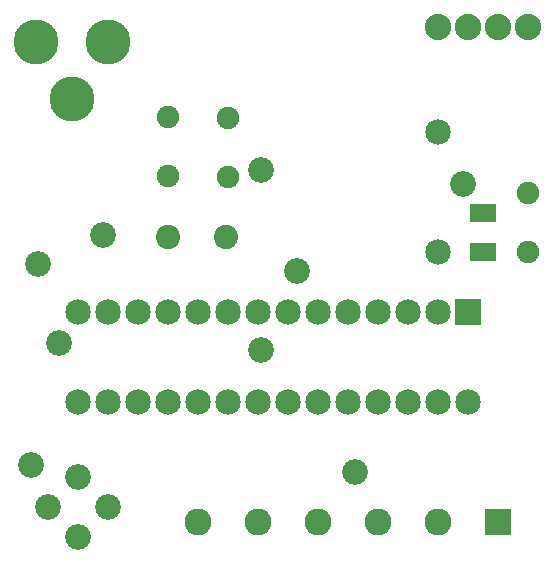
<source format=gts>
G04 MADE WITH FRITZING*
G04 WWW.FRITZING.ORG*
G04 DOUBLE SIDED*
G04 HOLES PLATED*
G04 CONTOUR ON CENTER OF CONTOUR VECTOR*
%ASAXBY*%
%FSLAX23Y23*%
%MOIN*%
%OFA0B0*%
%SFA1.0B1.0*%
%ADD10C,0.085000*%
%ADD11C,0.080925*%
%ADD12C,0.080866*%
%ADD13C,0.075000*%
%ADD14C,0.088000*%
%ADD15C,0.086000*%
%ADD16C,0.090000*%
%ADD17C,0.150000*%
%ADD18C,0.085433*%
%ADD19R,0.085000X0.085000*%
%ADD20R,0.088736X0.059208*%
%ADD21R,0.088736X0.059222*%
%ADD22R,0.090000X0.090000*%
%LNMASK1*%
G90*
G70*
G54D10*
X1541Y833D03*
X1541Y533D03*
X1441Y833D03*
X1441Y533D03*
X1341Y833D03*
X1341Y533D03*
X1241Y833D03*
X1241Y533D03*
X1141Y833D03*
X1141Y533D03*
X1041Y833D03*
X1041Y533D03*
X941Y833D03*
X941Y533D03*
X841Y833D03*
X841Y533D03*
X741Y833D03*
X741Y533D03*
X641Y833D03*
X641Y533D03*
X541Y833D03*
X541Y533D03*
X441Y833D03*
X441Y533D03*
X341Y833D03*
X341Y533D03*
X241Y833D03*
X241Y533D03*
G54D11*
X541Y1083D03*
G54D12*
X734Y1083D03*
G54D10*
X1441Y1433D03*
X1441Y1033D03*
G54D13*
X741Y1480D03*
X741Y1283D03*
X741Y1480D03*
X741Y1283D03*
X541Y1286D03*
X541Y1483D03*
X541Y1286D03*
X541Y1483D03*
G54D14*
X1441Y1783D03*
X1541Y1783D03*
X1641Y1783D03*
X1741Y1783D03*
G54D15*
X341Y183D03*
X141Y183D03*
X241Y83D03*
X241Y283D03*
X341Y183D03*
X141Y183D03*
X241Y83D03*
X241Y283D03*
G54D13*
X1741Y1230D03*
X1741Y1033D03*
X1741Y1230D03*
X1741Y1033D03*
G54D16*
X1641Y133D03*
X1441Y133D03*
X1241Y133D03*
X1041Y133D03*
X841Y133D03*
X641Y133D03*
G54D17*
X341Y1733D03*
X101Y1733D03*
X221Y1543D03*
G54D18*
X852Y705D03*
X108Y993D03*
X180Y729D03*
X972Y969D03*
X324Y1089D03*
X852Y1305D03*
X1164Y297D03*
X84Y321D03*
X1524Y1257D03*
G54D19*
X1541Y833D03*
G54D20*
X1591Y1161D03*
G54D21*
X1591Y1033D03*
G54D22*
X1641Y133D03*
G04 End of Mask1*
M02*
</source>
